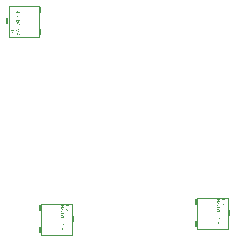
<source format=gbr>
%TF.GenerationSoftware,Altium Limited,Altium Designer,18.1.6 (161)*%
G04 Layer_Color=32768*
%FSLAX26Y26*%
%MOIN*%
%TF.FileFunction,Other,Mechanical_7*%
%TF.Part,Single*%
G01*
G75*
%TA.AperFunction,NonConductor*%
%ADD75C,0.003937*%
%ADD76R,0.009842X0.023622*%
G36*
X3470390Y2442294D02*
X3470372Y2442166D01*
Y2442021D01*
X3470335Y2441693D01*
X3470299Y2441329D01*
X3470226Y2440947D01*
X3470135Y2440565D01*
X3470008Y2440219D01*
Y2440201D01*
X3469989Y2440182D01*
X3469935Y2440073D01*
X3469844Y2439910D01*
X3469716Y2439727D01*
X3469552Y2439509D01*
X3469352Y2439273D01*
X3469097Y2439054D01*
X3468825Y2438854D01*
X3468788Y2438836D01*
X3468679Y2438781D01*
X3468533Y2438690D01*
X3468315Y2438599D01*
X3468060Y2438508D01*
X3467787Y2438417D01*
X3467478Y2438363D01*
X3467168Y2438344D01*
X3467132D01*
X3467041D01*
X3466877Y2438363D01*
X3466677Y2438399D01*
X3466440Y2438454D01*
X3466186Y2438544D01*
X3465931Y2438654D01*
X3465658Y2438799D01*
X3465621Y2438818D01*
X3465548Y2438872D01*
X3465403Y2438981D01*
X3465257Y2439127D01*
X3465075Y2439309D01*
X3464875Y2439527D01*
X3464693Y2439800D01*
X3464511Y2440110D01*
Y2440091D01*
X3464493Y2440055D01*
X3464475Y2440001D01*
X3464438Y2439928D01*
X3464365Y2439709D01*
X3464238Y2439454D01*
X3464074Y2439182D01*
X3463874Y2438872D01*
X3463637Y2438599D01*
X3463346Y2438344D01*
X3463310Y2438326D01*
X3463201Y2438253D01*
X3463037Y2438144D01*
X3462818Y2438035D01*
X3462527Y2437926D01*
X3462218Y2437816D01*
X3461854Y2437744D01*
X3461454Y2437726D01*
X3461435D01*
X3461417D01*
X3461308D01*
X3461126Y2437744D01*
X3460907Y2437780D01*
X3460653Y2437816D01*
X3460380Y2437889D01*
X3460088Y2437980D01*
X3459797Y2438108D01*
X3459761Y2438126D01*
X3459670Y2438180D01*
X3459543Y2438253D01*
X3459360Y2438363D01*
X3459178Y2438508D01*
X3458978Y2438654D01*
X3458778Y2438836D01*
X3458614Y2439036D01*
X3458596Y2439054D01*
X3458541Y2439127D01*
X3458469Y2439254D01*
X3458396Y2439418D01*
X3458287Y2439618D01*
X3458177Y2439855D01*
X3458086Y2440110D01*
X3457995Y2440419D01*
Y2440456D01*
X3457959Y2440565D01*
X3457941Y2440747D01*
X3457905Y2440983D01*
X3457868Y2441274D01*
X3457832Y2441620D01*
X3457814Y2442003D01*
X3457795Y2442439D01*
Y2447244D01*
X3470390D01*
Y2442294D01*
D02*
G37*
G36*
Y2432011D02*
Y2430191D01*
X3457795Y2425040D01*
Y2426933D01*
X3461617Y2428407D01*
Y2433685D01*
X3457795Y2435050D01*
Y2436816D01*
X3470390Y2432011D01*
D02*
G37*
G36*
Y2414666D02*
X3468897D01*
Y2418816D01*
X3457795D01*
Y2420490D01*
X3468897D01*
Y2424640D01*
X3470390D01*
Y2414666D01*
D02*
G37*
G36*
X3461217Y2411954D02*
X3461199D01*
X3461162D01*
X3461108Y2411936D01*
X3461017Y2411918D01*
X3460816Y2411863D01*
X3460544Y2411791D01*
X3460271Y2411681D01*
X3459961Y2411536D01*
X3459688Y2411354D01*
X3459433Y2411135D01*
X3459415Y2411099D01*
X3459342Y2411026D01*
X3459251Y2410881D01*
X3459142Y2410680D01*
X3459033Y2410462D01*
X3458942Y2410189D01*
X3458869Y2409880D01*
X3458851Y2409534D01*
Y2409425D01*
X3458869Y2409352D01*
X3458887Y2409133D01*
X3458960Y2408878D01*
X3459051Y2408569D01*
X3459197Y2408260D01*
X3459415Y2407932D01*
X3459543Y2407787D01*
X3459688Y2407641D01*
X3459706Y2407623D01*
X3459724Y2407604D01*
X3459779Y2407568D01*
X3459834Y2407514D01*
X3460034Y2407386D01*
X3460289Y2407240D01*
X3460598Y2407113D01*
X3460980Y2406986D01*
X3461435Y2406895D01*
X3461672Y2406858D01*
X3461927D01*
X3461945D01*
X3461981D01*
X3462054D01*
X3462145Y2406876D01*
X3462254D01*
X3462382Y2406895D01*
X3462673Y2406949D01*
X3463019Y2407040D01*
X3463365Y2407168D01*
X3463692Y2407350D01*
X3464001Y2407604D01*
X3464020D01*
X3464038Y2407641D01*
X3464129Y2407732D01*
X3464256Y2407896D01*
X3464402Y2408114D01*
X3464529Y2408405D01*
X3464657Y2408733D01*
X3464748Y2409115D01*
X3464784Y2409334D01*
Y2409679D01*
X3464766Y2409825D01*
X3464748Y2410007D01*
X3464693Y2410225D01*
X3464639Y2410444D01*
X3464548Y2410680D01*
X3464438Y2410917D01*
X3464420Y2410935D01*
X3464384Y2411008D01*
X3464293Y2411117D01*
X3464202Y2411263D01*
X3464074Y2411408D01*
X3463910Y2411554D01*
X3463747Y2411718D01*
X3463546Y2411845D01*
X3463747Y2413301D01*
X3470226Y2412082D01*
Y2405821D01*
X3468752D01*
Y2410862D01*
X3465348Y2411536D01*
X3465367Y2411517D01*
X3465385Y2411481D01*
X3465421Y2411427D01*
X3465476Y2411336D01*
X3465530Y2411226D01*
X3465603Y2411099D01*
X3465749Y2410808D01*
X3465894Y2410444D01*
X3466022Y2410043D01*
X3466113Y2409606D01*
X3466149Y2409388D01*
Y2408988D01*
X3466131Y2408878D01*
X3466113Y2408733D01*
X3466095Y2408569D01*
X3466058Y2408387D01*
X3466003Y2408187D01*
X3465876Y2407750D01*
X3465785Y2407514D01*
X3465658Y2407277D01*
X3465530Y2407040D01*
X3465385Y2406804D01*
X3465203Y2406585D01*
X3465003Y2406367D01*
X3464984Y2406349D01*
X3464948Y2406312D01*
X3464893Y2406258D01*
X3464802Y2406185D01*
X3464675Y2406094D01*
X3464548Y2406003D01*
X3464384Y2405894D01*
X3464202Y2405785D01*
X3464001Y2405693D01*
X3463783Y2405584D01*
X3463528Y2405493D01*
X3463273Y2405402D01*
X3463001Y2405329D01*
X3462691Y2405275D01*
X3462382Y2405238D01*
X3462054Y2405220D01*
X3462036D01*
X3461981D01*
X3461890D01*
X3461763Y2405238D01*
X3461617Y2405257D01*
X3461454Y2405275D01*
X3461253Y2405311D01*
X3461053Y2405348D01*
X3460580Y2405457D01*
X3460088Y2405639D01*
X3459834Y2405748D01*
X3459597Y2405894D01*
X3459342Y2406039D01*
X3459106Y2406221D01*
X3459088Y2406240D01*
X3459033Y2406276D01*
X3458960Y2406349D01*
X3458869Y2406440D01*
X3458760Y2406567D01*
X3458614Y2406713D01*
X3458487Y2406895D01*
X3458341Y2407095D01*
X3458196Y2407313D01*
X3458068Y2407568D01*
X3457941Y2407841D01*
X3457814Y2408132D01*
X3457722Y2408442D01*
X3457650Y2408787D01*
X3457595Y2409151D01*
X3457577Y2409534D01*
Y2409698D01*
X3457595Y2409825D01*
X3457613Y2409970D01*
X3457631Y2410134D01*
X3457650Y2410334D01*
X3457704Y2410535D01*
X3457814Y2410990D01*
X3457977Y2411445D01*
X3458086Y2411681D01*
X3458214Y2411918D01*
X3458360Y2412136D01*
X3458523Y2412355D01*
X3458541Y2412373D01*
X3458560Y2412409D01*
X3458633Y2412446D01*
X3458705Y2412519D01*
X3458796Y2412610D01*
X3458905Y2412700D01*
X3459051Y2412810D01*
X3459215Y2412901D01*
X3459379Y2413010D01*
X3459579Y2413119D01*
X3460016Y2413319D01*
X3460525Y2413483D01*
X3460798Y2413538D01*
X3461090Y2413574D01*
X3461217Y2411954D01*
D02*
G37*
G36*
X3470390Y2398541D02*
Y2397285D01*
X3462236D01*
Y2395574D01*
X3460816D01*
Y2397285D01*
X3457795D01*
Y2398832D01*
X3460816D01*
Y2404310D01*
X3462236D01*
X3470390Y2398541D01*
D02*
G37*
G36*
X3463128Y2389386D02*
X3461581D01*
Y2394173D01*
X3463128D01*
Y2389386D01*
D02*
G37*
G36*
X3470226Y2379868D02*
X3469006D01*
X3468988Y2379886D01*
X3468952Y2379922D01*
X3468879Y2379995D01*
X3468770Y2380068D01*
X3468642Y2380177D01*
X3468497Y2380323D01*
X3468315Y2380468D01*
X3468097Y2380632D01*
X3467878Y2380796D01*
X3467623Y2380996D01*
X3467332Y2381196D01*
X3467041Y2381396D01*
X3466713Y2381615D01*
X3466367Y2381833D01*
X3465985Y2382052D01*
X3465603Y2382270D01*
X3465585Y2382288D01*
X3465512Y2382325D01*
X3465403Y2382379D01*
X3465239Y2382470D01*
X3465039Y2382561D01*
X3464820Y2382671D01*
X3464566Y2382798D01*
X3464274Y2382925D01*
X3463947Y2383071D01*
X3463619Y2383235D01*
X3463255Y2383380D01*
X3462873Y2383526D01*
X3462090Y2383817D01*
X3461253Y2384090D01*
X3461235D01*
X3461180Y2384108D01*
X3461090Y2384126D01*
X3460980Y2384163D01*
X3460835Y2384199D01*
X3460653Y2384236D01*
X3460452Y2384290D01*
X3460234Y2384327D01*
X3459979Y2384381D01*
X3459706Y2384436D01*
X3459124Y2384527D01*
X3458487Y2384618D01*
X3457795Y2384673D01*
Y2386256D01*
X3457814D01*
X3457868D01*
X3457941D01*
X3458050Y2386238D01*
X3458196D01*
X3458378Y2386220D01*
X3458578Y2386201D01*
X3458796Y2386183D01*
X3459051Y2386147D01*
X3459306Y2386110D01*
X3459615Y2386056D01*
X3459925Y2386001D01*
X3460252Y2385947D01*
X3460616Y2385874D01*
X3461363Y2385692D01*
X3461381D01*
X3461454Y2385673D01*
X3461563Y2385637D01*
X3461727Y2385582D01*
X3461909Y2385528D01*
X3462127Y2385455D01*
X3462382Y2385382D01*
X3462655Y2385273D01*
X3462964Y2385164D01*
X3463273Y2385055D01*
X3463965Y2384782D01*
X3464693Y2384454D01*
X3465421Y2384090D01*
X3465439Y2384072D01*
X3465512Y2384035D01*
X3465603Y2383981D01*
X3465749Y2383908D01*
X3465912Y2383817D01*
X3466113Y2383690D01*
X3466331Y2383562D01*
X3466568Y2383417D01*
X3467095Y2383071D01*
X3467642Y2382707D01*
X3468206Y2382288D01*
X3468733Y2381852D01*
Y2388021D01*
X3470226D01*
Y2379868D01*
D02*
G37*
G36*
X3463128Y2373734D02*
X3461581D01*
Y2378521D01*
X3463128D01*
Y2373734D01*
D02*
G37*
G36*
X3470390Y2363251D02*
X3468897D01*
Y2370094D01*
X3465003D01*
Y2364179D01*
X3463510D01*
Y2370094D01*
X3457795D01*
Y2371769D01*
X3470390D01*
Y2363251D01*
D02*
G37*
G36*
X3487122Y2442403D02*
X3487104Y2442075D01*
X3487086Y2441711D01*
X3487049Y2441347D01*
X3486995Y2440983D01*
X3486940Y2440674D01*
Y2440656D01*
X3486922Y2440619D01*
Y2440565D01*
X3486885Y2440492D01*
X3486831Y2440292D01*
X3486740Y2440037D01*
X3486612Y2439746D01*
X3486449Y2439436D01*
X3486267Y2439127D01*
X3486030Y2438836D01*
X3486012Y2438818D01*
X3485994Y2438799D01*
X3485939Y2438745D01*
X3485884Y2438672D01*
X3485702Y2438490D01*
X3485448Y2438271D01*
X3485138Y2438035D01*
X3484774Y2437780D01*
X3484356Y2437544D01*
X3483882Y2437343D01*
X3483864D01*
X3483828Y2437325D01*
X3483755Y2437289D01*
X3483646Y2437271D01*
X3483518Y2437216D01*
X3483373Y2437180D01*
X3483209Y2437143D01*
X3483009Y2437088D01*
X3482809Y2437034D01*
X3482572Y2436997D01*
X3482062Y2436907D01*
X3481498Y2436852D01*
X3480879Y2436834D01*
X3480861D01*
X3480825D01*
X3480734D01*
X3480643D01*
X3480515Y2436852D01*
X3480370D01*
X3480024Y2436870D01*
X3479624Y2436925D01*
X3479205Y2436979D01*
X3478768Y2437070D01*
X3478331Y2437180D01*
X3478313D01*
X3478277Y2437198D01*
X3478222Y2437216D01*
X3478149Y2437234D01*
X3477949Y2437307D01*
X3477694Y2437416D01*
X3477403Y2437525D01*
X3477112Y2437671D01*
X3476803Y2437853D01*
X3476511Y2438035D01*
X3476475Y2438053D01*
X3476384Y2438126D01*
X3476257Y2438235D01*
X3476093Y2438381D01*
X3475911Y2438544D01*
X3475729Y2438745D01*
X3475529Y2438945D01*
X3475365Y2439182D01*
X3475347Y2439218D01*
X3475292Y2439291D01*
X3475219Y2439418D01*
X3475128Y2439600D01*
X3475019Y2439818D01*
X3474928Y2440073D01*
X3474819Y2440365D01*
X3474728Y2440692D01*
Y2440729D01*
X3474710Y2440783D01*
X3474691Y2440838D01*
X3474673Y2441020D01*
X3474637Y2441274D01*
X3474600Y2441566D01*
X3474564Y2441912D01*
X3474546Y2442294D01*
X3474528Y2442712D01*
Y2447244D01*
X3487122D01*
Y2442403D01*
D02*
G37*
G36*
X3478058Y2433612D02*
X3478040D01*
X3478004Y2433594D01*
X3477931Y2433576D01*
X3477840Y2433558D01*
X3477731Y2433539D01*
X3477603Y2433503D01*
X3477330Y2433412D01*
X3477003Y2433285D01*
X3476693Y2433121D01*
X3476402Y2432939D01*
X3476147Y2432720D01*
X3476129Y2432684D01*
X3476056Y2432611D01*
X3475965Y2432466D01*
X3475874Y2432284D01*
X3475765Y2432065D01*
X3475674Y2431792D01*
X3475601Y2431483D01*
X3475583Y2431155D01*
Y2431046D01*
X3475601Y2430973D01*
X3475620Y2430773D01*
X3475674Y2430518D01*
X3475765Y2430227D01*
X3475893Y2429918D01*
X3476075Y2429608D01*
X3476329Y2429317D01*
X3476366Y2429281D01*
X3476475Y2429190D01*
X3476639Y2429081D01*
X3476857Y2428935D01*
X3477130Y2428789D01*
X3477440Y2428680D01*
X3477804Y2428589D01*
X3478204Y2428553D01*
X3478222D01*
X3478259D01*
X3478313D01*
X3478386Y2428571D01*
X3478586Y2428589D01*
X3478823Y2428644D01*
X3479114Y2428716D01*
X3479405Y2428844D01*
X3479696Y2429026D01*
X3479969Y2429262D01*
X3480006Y2429299D01*
X3480079Y2429390D01*
X3480188Y2429535D01*
X3480315Y2429736D01*
X3480443Y2429990D01*
X3480552Y2430300D01*
X3480625Y2430646D01*
X3480661Y2431028D01*
Y2431192D01*
X3480643Y2431319D01*
X3480625Y2431483D01*
X3480588Y2431665D01*
X3480552Y2431883D01*
X3480497Y2432120D01*
X3481862Y2431938D01*
Y2431847D01*
X3481844Y2431774D01*
Y2431537D01*
X3481880Y2431337D01*
X3481917Y2431101D01*
X3481971Y2430828D01*
X3482062Y2430518D01*
X3482190Y2430227D01*
X3482354Y2429918D01*
Y2429899D01*
X3482372Y2429881D01*
X3482445Y2429790D01*
X3482572Y2429663D01*
X3482736Y2429517D01*
X3482972Y2429372D01*
X3483245Y2429244D01*
X3483555Y2429153D01*
X3483737Y2429117D01*
X3483937D01*
X3483955D01*
X3483973D01*
X3484083D01*
X3484228Y2429153D01*
X3484428Y2429190D01*
X3484647Y2429262D01*
X3484883Y2429354D01*
X3485120Y2429499D01*
X3485338Y2429699D01*
X3485357Y2429718D01*
X3485429Y2429809D01*
X3485520Y2429936D01*
X3485630Y2430100D01*
X3485721Y2430318D01*
X3485812Y2430573D01*
X3485884Y2430864D01*
X3485903Y2431192D01*
Y2431337D01*
X3485866Y2431501D01*
X3485830Y2431720D01*
X3485757Y2431956D01*
X3485666Y2432193D01*
X3485520Y2432448D01*
X3485338Y2432684D01*
X3485320Y2432702D01*
X3485229Y2432775D01*
X3485102Y2432884D01*
X3484920Y2433012D01*
X3484683Y2433139D01*
X3484392Y2433267D01*
X3484046Y2433376D01*
X3483646Y2433448D01*
X3483919Y2434995D01*
X3483937D01*
X3483992Y2434977D01*
X3484064Y2434959D01*
X3484174Y2434941D01*
X3484301Y2434905D01*
X3484447Y2434850D01*
X3484792Y2434741D01*
X3485193Y2434559D01*
X3485593Y2434340D01*
X3485975Y2434067D01*
X3486321Y2433722D01*
X3486339Y2433703D01*
X3486358Y2433667D01*
X3486394Y2433612D01*
X3486449Y2433539D01*
X3486521Y2433448D01*
X3486594Y2433321D01*
X3486667Y2433194D01*
X3486758Y2433030D01*
X3486904Y2432666D01*
X3487049Y2432247D01*
X3487140Y2431756D01*
X3487177Y2431501D01*
Y2431046D01*
X3487158Y2430846D01*
X3487122Y2430609D01*
X3487067Y2430318D01*
X3486976Y2429990D01*
X3486867Y2429663D01*
X3486722Y2429335D01*
Y2429317D01*
X3486703Y2429299D01*
X3486649Y2429190D01*
X3486540Y2429026D01*
X3486412Y2428844D01*
X3486230Y2428626D01*
X3486030Y2428407D01*
X3485793Y2428189D01*
X3485520Y2428007D01*
X3485484Y2427988D01*
X3485393Y2427934D01*
X3485229Y2427861D01*
X3485029Y2427770D01*
X3484792Y2427679D01*
X3484519Y2427606D01*
X3484210Y2427552D01*
X3483901Y2427534D01*
X3483864D01*
X3483755D01*
X3483609Y2427552D01*
X3483409Y2427588D01*
X3483173Y2427643D01*
X3482918Y2427734D01*
X3482663Y2427843D01*
X3482408Y2427988D01*
X3482372Y2428007D01*
X3482299Y2428061D01*
X3482172Y2428171D01*
X3482026Y2428316D01*
X3481862Y2428498D01*
X3481680Y2428716D01*
X3481516Y2428971D01*
X3481353Y2429281D01*
Y2429262D01*
X3481334Y2429226D01*
X3481316Y2429171D01*
X3481298Y2429099D01*
X3481225Y2428898D01*
X3481116Y2428644D01*
X3480970Y2428352D01*
X3480788Y2428061D01*
X3480552Y2427788D01*
X3480279Y2427534D01*
X3480242Y2427515D01*
X3480133Y2427443D01*
X3479951Y2427333D01*
X3479715Y2427224D01*
X3479423Y2427115D01*
X3479078Y2427006D01*
X3478677Y2426933D01*
X3478240Y2426915D01*
X3478222D01*
X3478168D01*
X3478077D01*
X3477967Y2426933D01*
X3477822Y2426951D01*
X3477658Y2426988D01*
X3477476Y2427024D01*
X3477276Y2427060D01*
X3476839Y2427206D01*
X3476602Y2427315D01*
X3476384Y2427424D01*
X3476147Y2427570D01*
X3475911Y2427734D01*
X3475674Y2427916D01*
X3475456Y2428134D01*
X3475438Y2428152D01*
X3475401Y2428189D01*
X3475347Y2428262D01*
X3475274Y2428352D01*
X3475183Y2428462D01*
X3475092Y2428607D01*
X3474983Y2428771D01*
X3474892Y2428971D01*
X3474782Y2429171D01*
X3474673Y2429408D01*
X3474582Y2429645D01*
X3474491Y2429918D01*
X3474418Y2430209D01*
X3474364Y2430518D01*
X3474327Y2430828D01*
X3474309Y2431173D01*
Y2431337D01*
X3474327Y2431447D01*
X3474346Y2431592D01*
X3474364Y2431756D01*
X3474400Y2431938D01*
X3474437Y2432138D01*
X3474546Y2432575D01*
X3474728Y2433030D01*
X3474837Y2433267D01*
X3474964Y2433485D01*
X3475128Y2433703D01*
X3475292Y2433922D01*
X3475310Y2433940D01*
X3475347Y2433976D01*
X3475401Y2434031D01*
X3475474Y2434086D01*
X3475565Y2434177D01*
X3475692Y2434267D01*
X3475820Y2434377D01*
X3475984Y2434486D01*
X3476166Y2434595D01*
X3476348Y2434704D01*
X3476784Y2434905D01*
X3477294Y2435068D01*
X3477567Y2435123D01*
X3477858Y2435159D01*
X3478058Y2433612D01*
D02*
G37*
G36*
X2950390Y2422294D02*
X2950372Y2422166D01*
Y2422021D01*
X2950335Y2421693D01*
X2950299Y2421329D01*
X2950226Y2420947D01*
X2950135Y2420565D01*
X2950008Y2420219D01*
Y2420201D01*
X2949989Y2420182D01*
X2949935Y2420073D01*
X2949844Y2419910D01*
X2949716Y2419727D01*
X2949552Y2419509D01*
X2949352Y2419273D01*
X2949097Y2419054D01*
X2948825Y2418854D01*
X2948788Y2418836D01*
X2948679Y2418781D01*
X2948533Y2418690D01*
X2948315Y2418599D01*
X2948060Y2418508D01*
X2947787Y2418417D01*
X2947478Y2418363D01*
X2947168Y2418344D01*
X2947132D01*
X2947041D01*
X2946877Y2418363D01*
X2946677Y2418399D01*
X2946440Y2418454D01*
X2946186Y2418544D01*
X2945931Y2418654D01*
X2945658Y2418799D01*
X2945621Y2418818D01*
X2945548Y2418872D01*
X2945403Y2418981D01*
X2945257Y2419127D01*
X2945075Y2419309D01*
X2944875Y2419527D01*
X2944693Y2419800D01*
X2944511Y2420110D01*
Y2420091D01*
X2944493Y2420055D01*
X2944475Y2420001D01*
X2944438Y2419928D01*
X2944365Y2419709D01*
X2944238Y2419454D01*
X2944074Y2419182D01*
X2943874Y2418872D01*
X2943637Y2418599D01*
X2943346Y2418344D01*
X2943310Y2418326D01*
X2943201Y2418253D01*
X2943037Y2418144D01*
X2942818Y2418035D01*
X2942527Y2417926D01*
X2942218Y2417816D01*
X2941854Y2417744D01*
X2941454Y2417726D01*
X2941435D01*
X2941417D01*
X2941308D01*
X2941126Y2417744D01*
X2940907Y2417780D01*
X2940653Y2417816D01*
X2940380Y2417889D01*
X2940088Y2417980D01*
X2939797Y2418108D01*
X2939761Y2418126D01*
X2939670Y2418180D01*
X2939543Y2418253D01*
X2939360Y2418363D01*
X2939178Y2418508D01*
X2938978Y2418654D01*
X2938778Y2418836D01*
X2938614Y2419036D01*
X2938596Y2419054D01*
X2938541Y2419127D01*
X2938469Y2419254D01*
X2938396Y2419418D01*
X2938287Y2419618D01*
X2938177Y2419855D01*
X2938086Y2420110D01*
X2937995Y2420419D01*
Y2420456D01*
X2937959Y2420565D01*
X2937941Y2420747D01*
X2937905Y2420983D01*
X2937868Y2421274D01*
X2937832Y2421620D01*
X2937814Y2422003D01*
X2937795Y2422439D01*
Y2427244D01*
X2950390D01*
Y2422294D01*
D02*
G37*
G36*
Y2412011D02*
Y2410191D01*
X2937795Y2405040D01*
Y2406933D01*
X2941617Y2408407D01*
Y2413685D01*
X2937795Y2415050D01*
Y2416816D01*
X2950390Y2412011D01*
D02*
G37*
G36*
Y2394666D02*
X2948897D01*
Y2398816D01*
X2937795D01*
Y2400490D01*
X2948897D01*
Y2404640D01*
X2950390D01*
Y2394666D01*
D02*
G37*
G36*
X2941217Y2391954D02*
X2941199D01*
X2941162D01*
X2941108Y2391936D01*
X2941017Y2391918D01*
X2940816Y2391863D01*
X2940544Y2391791D01*
X2940271Y2391681D01*
X2939961Y2391536D01*
X2939688Y2391354D01*
X2939433Y2391135D01*
X2939415Y2391099D01*
X2939342Y2391026D01*
X2939251Y2390881D01*
X2939142Y2390680D01*
X2939033Y2390462D01*
X2938942Y2390189D01*
X2938869Y2389880D01*
X2938851Y2389534D01*
Y2389425D01*
X2938869Y2389352D01*
X2938887Y2389133D01*
X2938960Y2388878D01*
X2939051Y2388569D01*
X2939197Y2388260D01*
X2939415Y2387932D01*
X2939543Y2387787D01*
X2939688Y2387641D01*
X2939706Y2387623D01*
X2939724Y2387604D01*
X2939779Y2387568D01*
X2939834Y2387514D01*
X2940034Y2387386D01*
X2940289Y2387240D01*
X2940598Y2387113D01*
X2940980Y2386986D01*
X2941435Y2386895D01*
X2941672Y2386858D01*
X2941927D01*
X2941945D01*
X2941981D01*
X2942054D01*
X2942145Y2386876D01*
X2942254D01*
X2942382Y2386895D01*
X2942673Y2386949D01*
X2943019Y2387040D01*
X2943365Y2387168D01*
X2943692Y2387350D01*
X2944001Y2387604D01*
X2944020D01*
X2944038Y2387641D01*
X2944129Y2387732D01*
X2944256Y2387896D01*
X2944402Y2388114D01*
X2944529Y2388405D01*
X2944657Y2388733D01*
X2944748Y2389115D01*
X2944784Y2389334D01*
Y2389679D01*
X2944766Y2389825D01*
X2944748Y2390007D01*
X2944693Y2390225D01*
X2944639Y2390444D01*
X2944548Y2390680D01*
X2944438Y2390917D01*
X2944420Y2390935D01*
X2944384Y2391008D01*
X2944293Y2391117D01*
X2944202Y2391263D01*
X2944074Y2391408D01*
X2943910Y2391554D01*
X2943747Y2391718D01*
X2943546Y2391845D01*
X2943747Y2393301D01*
X2950226Y2392082D01*
Y2385821D01*
X2948752D01*
Y2390862D01*
X2945348Y2391536D01*
X2945367Y2391517D01*
X2945385Y2391481D01*
X2945421Y2391427D01*
X2945476Y2391336D01*
X2945530Y2391226D01*
X2945603Y2391099D01*
X2945749Y2390808D01*
X2945894Y2390444D01*
X2946022Y2390043D01*
X2946113Y2389606D01*
X2946149Y2389388D01*
Y2388988D01*
X2946131Y2388878D01*
X2946113Y2388733D01*
X2946095Y2388569D01*
X2946058Y2388387D01*
X2946003Y2388187D01*
X2945876Y2387750D01*
X2945785Y2387514D01*
X2945658Y2387277D01*
X2945530Y2387040D01*
X2945385Y2386804D01*
X2945203Y2386585D01*
X2945003Y2386367D01*
X2944984Y2386349D01*
X2944948Y2386312D01*
X2944893Y2386258D01*
X2944802Y2386185D01*
X2944675Y2386094D01*
X2944548Y2386003D01*
X2944384Y2385894D01*
X2944202Y2385785D01*
X2944001Y2385693D01*
X2943783Y2385584D01*
X2943528Y2385493D01*
X2943273Y2385402D01*
X2943001Y2385329D01*
X2942691Y2385275D01*
X2942382Y2385238D01*
X2942054Y2385220D01*
X2942036D01*
X2941981D01*
X2941890D01*
X2941763Y2385238D01*
X2941617Y2385257D01*
X2941454Y2385275D01*
X2941253Y2385311D01*
X2941053Y2385348D01*
X2940580Y2385457D01*
X2940088Y2385639D01*
X2939834Y2385748D01*
X2939597Y2385894D01*
X2939342Y2386039D01*
X2939106Y2386221D01*
X2939088Y2386240D01*
X2939033Y2386276D01*
X2938960Y2386349D01*
X2938869Y2386440D01*
X2938760Y2386567D01*
X2938614Y2386713D01*
X2938487Y2386895D01*
X2938341Y2387095D01*
X2938196Y2387313D01*
X2938068Y2387568D01*
X2937941Y2387841D01*
X2937814Y2388132D01*
X2937722Y2388442D01*
X2937650Y2388787D01*
X2937595Y2389151D01*
X2937577Y2389534D01*
Y2389698D01*
X2937595Y2389825D01*
X2937613Y2389970D01*
X2937631Y2390134D01*
X2937650Y2390334D01*
X2937704Y2390535D01*
X2937814Y2390990D01*
X2937977Y2391445D01*
X2938086Y2391681D01*
X2938214Y2391918D01*
X2938360Y2392136D01*
X2938523Y2392355D01*
X2938541Y2392373D01*
X2938560Y2392409D01*
X2938633Y2392446D01*
X2938705Y2392519D01*
X2938796Y2392610D01*
X2938905Y2392700D01*
X2939051Y2392810D01*
X2939215Y2392901D01*
X2939379Y2393010D01*
X2939579Y2393119D01*
X2940016Y2393319D01*
X2940525Y2393483D01*
X2940798Y2393538D01*
X2941090Y2393574D01*
X2941217Y2391954D01*
D02*
G37*
G36*
X2950390Y2378541D02*
Y2377285D01*
X2942236D01*
Y2375574D01*
X2940816D01*
Y2377285D01*
X2937795D01*
Y2378832D01*
X2940816D01*
Y2384310D01*
X2942236D01*
X2950390Y2378541D01*
D02*
G37*
G36*
X2943128Y2369386D02*
X2941581D01*
Y2374173D01*
X2943128D01*
Y2369386D01*
D02*
G37*
G36*
X2950226Y2359868D02*
X2949006D01*
X2948988Y2359886D01*
X2948952Y2359922D01*
X2948879Y2359995D01*
X2948770Y2360068D01*
X2948642Y2360177D01*
X2948497Y2360323D01*
X2948315Y2360468D01*
X2948097Y2360632D01*
X2947878Y2360796D01*
X2947623Y2360996D01*
X2947332Y2361196D01*
X2947041Y2361396D01*
X2946713Y2361615D01*
X2946367Y2361833D01*
X2945985Y2362052D01*
X2945603Y2362270D01*
X2945585Y2362288D01*
X2945512Y2362325D01*
X2945403Y2362379D01*
X2945239Y2362470D01*
X2945039Y2362561D01*
X2944820Y2362671D01*
X2944566Y2362798D01*
X2944274Y2362925D01*
X2943947Y2363071D01*
X2943619Y2363235D01*
X2943255Y2363380D01*
X2942873Y2363526D01*
X2942090Y2363817D01*
X2941253Y2364090D01*
X2941235D01*
X2941180Y2364108D01*
X2941090Y2364126D01*
X2940980Y2364163D01*
X2940835Y2364199D01*
X2940653Y2364236D01*
X2940452Y2364290D01*
X2940234Y2364327D01*
X2939979Y2364381D01*
X2939706Y2364436D01*
X2939124Y2364527D01*
X2938487Y2364618D01*
X2937795Y2364673D01*
Y2366256D01*
X2937814D01*
X2937868D01*
X2937941D01*
X2938050Y2366238D01*
X2938196D01*
X2938378Y2366220D01*
X2938578Y2366201D01*
X2938796Y2366183D01*
X2939051Y2366147D01*
X2939306Y2366110D01*
X2939615Y2366056D01*
X2939925Y2366001D01*
X2940252Y2365947D01*
X2940616Y2365874D01*
X2941363Y2365692D01*
X2941381D01*
X2941454Y2365673D01*
X2941563Y2365637D01*
X2941727Y2365582D01*
X2941909Y2365528D01*
X2942127Y2365455D01*
X2942382Y2365382D01*
X2942655Y2365273D01*
X2942964Y2365164D01*
X2943273Y2365055D01*
X2943965Y2364782D01*
X2944693Y2364454D01*
X2945421Y2364090D01*
X2945439Y2364072D01*
X2945512Y2364035D01*
X2945603Y2363981D01*
X2945749Y2363908D01*
X2945912Y2363817D01*
X2946113Y2363690D01*
X2946331Y2363562D01*
X2946568Y2363417D01*
X2947095Y2363071D01*
X2947642Y2362707D01*
X2948206Y2362288D01*
X2948733Y2361852D01*
Y2368021D01*
X2950226D01*
Y2359868D01*
D02*
G37*
G36*
X2943128Y2353734D02*
X2941581D01*
Y2358521D01*
X2943128D01*
Y2353734D01*
D02*
G37*
G36*
X2950390Y2343251D02*
X2948897D01*
Y2350094D01*
X2945003D01*
Y2344179D01*
X2943510D01*
Y2350094D01*
X2937795D01*
Y2351769D01*
X2950390D01*
Y2343251D01*
D02*
G37*
G36*
X2967122Y2422403D02*
X2967104Y2422075D01*
X2967086Y2421711D01*
X2967049Y2421347D01*
X2966995Y2420983D01*
X2966940Y2420674D01*
Y2420656D01*
X2966922Y2420619D01*
Y2420565D01*
X2966885Y2420492D01*
X2966831Y2420292D01*
X2966740Y2420037D01*
X2966612Y2419746D01*
X2966449Y2419436D01*
X2966267Y2419127D01*
X2966030Y2418836D01*
X2966012Y2418818D01*
X2965994Y2418799D01*
X2965939Y2418745D01*
X2965884Y2418672D01*
X2965702Y2418490D01*
X2965448Y2418271D01*
X2965138Y2418035D01*
X2964774Y2417780D01*
X2964356Y2417544D01*
X2963882Y2417343D01*
X2963864D01*
X2963828Y2417325D01*
X2963755Y2417289D01*
X2963646Y2417271D01*
X2963518Y2417216D01*
X2963373Y2417180D01*
X2963209Y2417143D01*
X2963009Y2417088D01*
X2962809Y2417034D01*
X2962572Y2416997D01*
X2962062Y2416907D01*
X2961498Y2416852D01*
X2960879Y2416834D01*
X2960861D01*
X2960825D01*
X2960734D01*
X2960643D01*
X2960515Y2416852D01*
X2960370D01*
X2960024Y2416870D01*
X2959624Y2416925D01*
X2959205Y2416979D01*
X2958768Y2417070D01*
X2958331Y2417180D01*
X2958313D01*
X2958277Y2417198D01*
X2958222Y2417216D01*
X2958149Y2417234D01*
X2957949Y2417307D01*
X2957694Y2417416D01*
X2957403Y2417525D01*
X2957112Y2417671D01*
X2956803Y2417853D01*
X2956511Y2418035D01*
X2956475Y2418053D01*
X2956384Y2418126D01*
X2956257Y2418235D01*
X2956093Y2418381D01*
X2955911Y2418544D01*
X2955729Y2418745D01*
X2955529Y2418945D01*
X2955365Y2419182D01*
X2955347Y2419218D01*
X2955292Y2419291D01*
X2955219Y2419418D01*
X2955128Y2419600D01*
X2955019Y2419818D01*
X2954928Y2420073D01*
X2954819Y2420365D01*
X2954728Y2420692D01*
Y2420729D01*
X2954710Y2420783D01*
X2954691Y2420838D01*
X2954673Y2421020D01*
X2954637Y2421274D01*
X2954600Y2421566D01*
X2954564Y2421912D01*
X2954546Y2422294D01*
X2954528Y2422712D01*
Y2427244D01*
X2967122D01*
Y2422403D01*
D02*
G37*
G36*
X2954873Y2415378D02*
X2955037Y2415360D01*
X2955219Y2415323D01*
X2955401Y2415287D01*
X2955601Y2415214D01*
X2955620D01*
X2955638Y2415196D01*
X2955747Y2415159D01*
X2955911Y2415086D01*
X2956129Y2414977D01*
X2956384Y2414832D01*
X2956675Y2414650D01*
X2956966Y2414450D01*
X2957276Y2414195D01*
X2957294D01*
X2957312Y2414158D01*
X2957421Y2414067D01*
X2957585Y2413903D01*
X2957822Y2413667D01*
X2958095Y2413394D01*
X2958422Y2413048D01*
X2958786Y2412630D01*
X2959169Y2412175D01*
X2959187Y2412156D01*
X2959241Y2412084D01*
X2959332Y2411974D01*
X2959442Y2411847D01*
X2959587Y2411683D01*
X2959751Y2411483D01*
X2959933Y2411283D01*
X2960133Y2411046D01*
X2960570Y2410591D01*
X2961007Y2410136D01*
X2961225Y2409918D01*
X2961444Y2409718D01*
X2961644Y2409535D01*
X2961844Y2409390D01*
X2961862D01*
X2961880Y2409354D01*
X2961935Y2409317D01*
X2962008Y2409281D01*
X2962208Y2409153D01*
X2962445Y2409008D01*
X2962736Y2408880D01*
X2963045Y2408753D01*
X2963391Y2408680D01*
X2963719Y2408644D01*
X2963737D01*
X2963755D01*
X2963864Y2408662D01*
X2964046Y2408680D01*
X2964246Y2408735D01*
X2964501Y2408807D01*
X2964756Y2408935D01*
X2965011Y2409099D01*
X2965266Y2409317D01*
X2965302Y2409354D01*
X2965375Y2409445D01*
X2965466Y2409572D01*
X2965593Y2409772D01*
X2965702Y2410027D01*
X2965812Y2410318D01*
X2965884Y2410664D01*
X2965903Y2411046D01*
Y2411155D01*
X2965884Y2411228D01*
X2965866Y2411447D01*
X2965812Y2411701D01*
X2965739Y2411974D01*
X2965611Y2412284D01*
X2965448Y2412575D01*
X2965229Y2412848D01*
X2965193Y2412884D01*
X2965102Y2412957D01*
X2964956Y2413066D01*
X2964738Y2413175D01*
X2964483Y2413303D01*
X2964155Y2413412D01*
X2963791Y2413485D01*
X2963373Y2413521D01*
X2963537Y2415105D01*
X2963555D01*
X2963609Y2415086D01*
X2963700D01*
X2963828Y2415068D01*
X2963973Y2415032D01*
X2964137Y2414995D01*
X2964337Y2414941D01*
X2964538Y2414886D01*
X2964974Y2414741D01*
X2965411Y2414522D01*
X2965630Y2414395D01*
X2965848Y2414231D01*
X2966048Y2414067D01*
X2966230Y2413885D01*
X2966248Y2413867D01*
X2966267Y2413831D01*
X2966321Y2413776D01*
X2966376Y2413685D01*
X2966449Y2413576D01*
X2966521Y2413448D01*
X2966612Y2413303D01*
X2966703Y2413121D01*
X2966794Y2412921D01*
X2966885Y2412702D01*
X2966958Y2412466D01*
X2967031Y2412211D01*
X2967086Y2411938D01*
X2967140Y2411647D01*
X2967158Y2411337D01*
X2967177Y2411010D01*
Y2410828D01*
X2967158Y2410700D01*
X2967140Y2410555D01*
X2967122Y2410373D01*
X2967086Y2410173D01*
X2967049Y2409972D01*
X2966922Y2409499D01*
X2966740Y2409026D01*
X2966631Y2408789D01*
X2966503Y2408553D01*
X2966339Y2408334D01*
X2966157Y2408134D01*
X2966139Y2408116D01*
X2966121Y2408079D01*
X2966048Y2408043D01*
X2965975Y2407970D01*
X2965884Y2407879D01*
X2965757Y2407788D01*
X2965630Y2407697D01*
X2965466Y2407588D01*
X2965120Y2407406D01*
X2964683Y2407224D01*
X2964465Y2407151D01*
X2964210Y2407115D01*
X2963955Y2407079D01*
X2963682Y2407060D01*
X2963646D01*
X2963555D01*
X2963409Y2407079D01*
X2963209Y2407097D01*
X2962991Y2407133D01*
X2962736Y2407206D01*
X2962463Y2407279D01*
X2962190Y2407388D01*
X2962153Y2407406D01*
X2962062Y2407443D01*
X2961917Y2407515D01*
X2961717Y2407624D01*
X2961498Y2407770D01*
X2961225Y2407952D01*
X2960952Y2408171D01*
X2960643Y2408425D01*
X2960606Y2408462D01*
X2960497Y2408553D01*
X2960406Y2408644D01*
X2960315Y2408735D01*
X2960206Y2408844D01*
X2960060Y2408990D01*
X2959915Y2409135D01*
X2959751Y2409317D01*
X2959569Y2409499D01*
X2959369Y2409718D01*
X2959169Y2409954D01*
X2958932Y2410209D01*
X2958695Y2410500D01*
X2958441Y2410791D01*
X2958422Y2410809D01*
X2958386Y2410846D01*
X2958331Y2410919D01*
X2958259Y2411010D01*
X2958149Y2411119D01*
X2958040Y2411246D01*
X2957804Y2411537D01*
X2957531Y2411847D01*
X2957258Y2412138D01*
X2957021Y2412393D01*
X2956930Y2412502D01*
X2956839Y2412593D01*
X2956821Y2412611D01*
X2956766Y2412666D01*
X2956693Y2412739D01*
X2956584Y2412830D01*
X2956457Y2412921D01*
X2956329Y2413030D01*
X2956020Y2413248D01*
Y2407042D01*
X2954528D01*
Y2415396D01*
X2954546D01*
X2954619D01*
X2954728D01*
X2954873Y2415378D01*
D02*
G37*
G36*
X2789607Y3069906D02*
X2793501D01*
Y3075821D01*
X2794994D01*
Y3069906D01*
X2800709D01*
Y3068231D01*
X2788114D01*
Y3076749D01*
X2789607D01*
Y3069906D01*
D02*
G37*
G36*
X2796923Y3061479D02*
X2795376D01*
Y3066266D01*
X2796923D01*
Y3061479D01*
D02*
G37*
G36*
X2789516Y3060114D02*
X2789552Y3060078D01*
X2789625Y3060005D01*
X2789734Y3059932D01*
X2789861Y3059823D01*
X2790007Y3059677D01*
X2790189Y3059532D01*
X2790407Y3059368D01*
X2790626Y3059204D01*
X2790881Y3059004D01*
X2791172Y3058804D01*
X2791463Y3058604D01*
X2791791Y3058385D01*
X2792137Y3058167D01*
X2792519Y3057948D01*
X2792901Y3057730D01*
X2792919Y3057712D01*
X2792992Y3057675D01*
X2793101Y3057621D01*
X2793265Y3057530D01*
X2793465Y3057439D01*
X2793684Y3057329D01*
X2793938Y3057202D01*
X2794229Y3057075D01*
X2794557Y3056929D01*
X2794885Y3056765D01*
X2795249Y3056620D01*
X2795631Y3056474D01*
X2796414Y3056183D01*
X2797251Y3055910D01*
X2797269D01*
X2797323Y3055892D01*
X2797414Y3055874D01*
X2797524Y3055837D01*
X2797669Y3055801D01*
X2797851Y3055764D01*
X2798052Y3055710D01*
X2798270Y3055673D01*
X2798525Y3055619D01*
X2798798Y3055564D01*
X2799380Y3055473D01*
X2800017Y3055382D01*
X2800709Y3055327D01*
Y3053744D01*
X2800691D01*
X2800636D01*
X2800563D01*
X2800454Y3053762D01*
X2800308D01*
X2800126Y3053780D01*
X2799926Y3053799D01*
X2799708Y3053817D01*
X2799453Y3053853D01*
X2799198Y3053890D01*
X2798889Y3053944D01*
X2798579Y3053999D01*
X2798252Y3054053D01*
X2797888Y3054126D01*
X2797142Y3054308D01*
X2797123D01*
X2797050Y3054327D01*
X2796941Y3054363D01*
X2796778Y3054418D01*
X2796595Y3054472D01*
X2796377Y3054545D01*
X2796122Y3054618D01*
X2795849Y3054727D01*
X2795540Y3054836D01*
X2795231Y3054945D01*
X2794539Y3055218D01*
X2793811Y3055546D01*
X2793083Y3055910D01*
X2793065Y3055928D01*
X2792992Y3055965D01*
X2792901Y3056019D01*
X2792755Y3056092D01*
X2792591Y3056183D01*
X2792391Y3056310D01*
X2792173Y3056438D01*
X2791936Y3056583D01*
X2791409Y3056929D01*
X2790863Y3057293D01*
X2790298Y3057712D01*
X2789771Y3058148D01*
Y3051979D01*
X2788278D01*
Y3060132D01*
X2789497D01*
X2789516Y3060114D01*
D02*
G37*
G36*
X2796923Y3045827D02*
X2795376D01*
Y3050614D01*
X2796923D01*
Y3045827D01*
D02*
G37*
G36*
X2797688Y3042715D02*
X2800709D01*
Y3041168D01*
X2797688D01*
Y3035690D01*
X2796268D01*
X2788114Y3041459D01*
Y3042715D01*
X2796268D01*
Y3044426D01*
X2797688D01*
Y3042715D01*
D02*
G37*
G36*
X2796741Y3034762D02*
X2796887Y3034743D01*
X2797050Y3034725D01*
X2797251Y3034689D01*
X2797451Y3034652D01*
X2797924Y3034543D01*
X2798416Y3034361D01*
X2798670Y3034252D01*
X2798907Y3034106D01*
X2799162Y3033961D01*
X2799398Y3033779D01*
X2799416Y3033760D01*
X2799471Y3033724D01*
X2799544Y3033651D01*
X2799635Y3033560D01*
X2799744Y3033433D01*
X2799890Y3033287D01*
X2800017Y3033105D01*
X2800163Y3032905D01*
X2800308Y3032687D01*
X2800436Y3032432D01*
X2800563Y3032159D01*
X2800691Y3031868D01*
X2800782Y3031558D01*
X2800854Y3031213D01*
X2800909Y3030849D01*
X2800927Y3030466D01*
Y3030302D01*
X2800909Y3030175D01*
X2800891Y3030030D01*
X2800872Y3029866D01*
X2800854Y3029666D01*
X2800800Y3029465D01*
X2800691Y3029010D01*
X2800527Y3028555D01*
X2800418Y3028319D01*
X2800290Y3028082D01*
X2800144Y3027864D01*
X2799981Y3027645D01*
X2799963Y3027627D01*
X2799944Y3027591D01*
X2799872Y3027554D01*
X2799799Y3027481D01*
X2799708Y3027390D01*
X2799599Y3027300D01*
X2799453Y3027190D01*
X2799289Y3027099D01*
X2799125Y3026990D01*
X2798925Y3026881D01*
X2798488Y3026681D01*
X2797979Y3026517D01*
X2797706Y3026462D01*
X2797414Y3026426D01*
X2797287Y3028046D01*
X2797305D01*
X2797342D01*
X2797396Y3028064D01*
X2797487Y3028082D01*
X2797688Y3028137D01*
X2797961Y3028209D01*
X2798233Y3028319D01*
X2798543Y3028464D01*
X2798816Y3028646D01*
X2799071Y3028865D01*
X2799089Y3028901D01*
X2799162Y3028974D01*
X2799253Y3029119D01*
X2799362Y3029320D01*
X2799471Y3029538D01*
X2799562Y3029811D01*
X2799635Y3030120D01*
X2799653Y3030466D01*
Y3030575D01*
X2799635Y3030648D01*
X2799617Y3030867D01*
X2799544Y3031122D01*
X2799453Y3031431D01*
X2799307Y3031740D01*
X2799089Y3032068D01*
X2798961Y3032213D01*
X2798816Y3032359D01*
X2798798Y3032377D01*
X2798780Y3032396D01*
X2798725Y3032432D01*
X2798670Y3032486D01*
X2798470Y3032614D01*
X2798215Y3032760D01*
X2797906Y3032887D01*
X2797524Y3033014D01*
X2797069Y3033105D01*
X2796832Y3033142D01*
X2796577D01*
X2796559D01*
X2796523D01*
X2796450D01*
X2796359Y3033124D01*
X2796250D01*
X2796122Y3033105D01*
X2795831Y3033051D01*
X2795485Y3032960D01*
X2795140Y3032832D01*
X2794812Y3032650D01*
X2794503Y3032396D01*
X2794484D01*
X2794466Y3032359D01*
X2794375Y3032268D01*
X2794248Y3032104D01*
X2794102Y3031886D01*
X2793975Y3031595D01*
X2793847Y3031267D01*
X2793756Y3030885D01*
X2793720Y3030666D01*
Y3030321D01*
X2793738Y3030175D01*
X2793756Y3029993D01*
X2793811Y3029775D01*
X2793865Y3029556D01*
X2793956Y3029320D01*
X2794066Y3029083D01*
X2794084Y3029065D01*
X2794120Y3028992D01*
X2794211Y3028883D01*
X2794302Y3028737D01*
X2794430Y3028592D01*
X2794593Y3028446D01*
X2794757Y3028282D01*
X2794957Y3028155D01*
X2794757Y3026699D01*
X2788278Y3027918D01*
Y3034179D01*
X2789752D01*
Y3029138D01*
X2793156Y3028464D01*
X2793137Y3028483D01*
X2793119Y3028519D01*
X2793083Y3028573D01*
X2793028Y3028664D01*
X2792974Y3028774D01*
X2792901Y3028901D01*
X2792755Y3029192D01*
X2792610Y3029556D01*
X2792482Y3029957D01*
X2792391Y3030394D01*
X2792355Y3030612D01*
Y3031012D01*
X2792373Y3031122D01*
X2792391Y3031267D01*
X2792410Y3031431D01*
X2792446Y3031613D01*
X2792501Y3031813D01*
X2792628Y3032250D01*
X2792719Y3032486D01*
X2792846Y3032723D01*
X2792974Y3032960D01*
X2793119Y3033196D01*
X2793301Y3033415D01*
X2793501Y3033633D01*
X2793520Y3033651D01*
X2793556Y3033688D01*
X2793611Y3033742D01*
X2793702Y3033815D01*
X2793829Y3033906D01*
X2793956Y3033997D01*
X2794120Y3034106D01*
X2794302Y3034215D01*
X2794503Y3034307D01*
X2794721Y3034416D01*
X2794976Y3034507D01*
X2795231Y3034598D01*
X2795503Y3034671D01*
X2795813Y3034725D01*
X2796122Y3034762D01*
X2796450Y3034780D01*
X2796468D01*
X2796523D01*
X2796614D01*
X2796741Y3034762D01*
D02*
G37*
G36*
X2789607Y3021184D02*
X2800709D01*
Y3019510D01*
X2789607D01*
Y3015360D01*
X2788114D01*
Y3025334D01*
X2789607D01*
Y3021184D01*
D02*
G37*
G36*
X2800709Y3013067D02*
X2796887Y3011593D01*
Y3006315D01*
X2800709Y3004950D01*
Y3003184D01*
X2788114Y3007989D01*
Y3009809D01*
X2800709Y3014960D01*
Y3013067D01*
D02*
G37*
G36*
X2797378Y3002256D02*
X2797597Y3002220D01*
X2797851Y3002184D01*
X2798124Y3002111D01*
X2798416Y3002020D01*
X2798707Y3001892D01*
X2798743Y3001874D01*
X2798834Y3001820D01*
X2798961Y3001747D01*
X2799144Y3001637D01*
X2799325Y3001492D01*
X2799526Y3001346D01*
X2799726Y3001164D01*
X2799890Y3000964D01*
X2799908Y3000946D01*
X2799963Y3000873D01*
X2800035Y3000746D01*
X2800108Y3000582D01*
X2800217Y3000382D01*
X2800327Y3000145D01*
X2800418Y2999890D01*
X2800508Y2999581D01*
Y2999544D01*
X2800545Y2999435D01*
X2800563Y2999253D01*
X2800599Y2999017D01*
X2800636Y2998726D01*
X2800672Y2998380D01*
X2800691Y2997997D01*
X2800709Y2997561D01*
Y2992756D01*
X2788114D01*
Y2997706D01*
X2788133Y2997834D01*
Y2997979D01*
X2788169Y2998307D01*
X2788205Y2998671D01*
X2788278Y2999053D01*
X2788369Y2999435D01*
X2788497Y2999781D01*
Y2999799D01*
X2788515Y2999818D01*
X2788569Y2999927D01*
X2788660Y3000090D01*
X2788788Y3000273D01*
X2788952Y3000491D01*
X2789152Y3000727D01*
X2789407Y3000946D01*
X2789680Y3001146D01*
X2789716Y3001164D01*
X2789825Y3001219D01*
X2789971Y3001310D01*
X2790189Y3001401D01*
X2790444Y3001492D01*
X2790717Y3001583D01*
X2791026Y3001637D01*
X2791336Y3001656D01*
X2791372D01*
X2791463D01*
X2791627Y3001637D01*
X2791827Y3001601D01*
X2792064Y3001546D01*
X2792318Y3001456D01*
X2792573Y3001346D01*
X2792846Y3001201D01*
X2792883Y3001182D01*
X2792956Y3001128D01*
X2793101Y3001019D01*
X2793247Y3000873D01*
X2793429Y3000691D01*
X2793629Y3000473D01*
X2793811Y3000200D01*
X2793993Y2999890D01*
Y2999909D01*
X2794011Y2999945D01*
X2794029Y2999999D01*
X2794066Y3000072D01*
X2794139Y3000291D01*
X2794266Y3000546D01*
X2794430Y3000818D01*
X2794630Y3001128D01*
X2794867Y3001401D01*
X2795158Y3001656D01*
X2795194Y3001674D01*
X2795303Y3001747D01*
X2795467Y3001856D01*
X2795686Y3001965D01*
X2795977Y3002074D01*
X2796286Y3002184D01*
X2796650Y3002256D01*
X2797050Y3002274D01*
X2797069D01*
X2797087D01*
X2797196D01*
X2797378Y3002256D01*
D02*
G37*
G36*
X2783976Y3009099D02*
X2774130D01*
X2774148Y3009081D01*
X2774221Y3008990D01*
X2774330Y3008881D01*
X2774458Y3008699D01*
X2774622Y3008499D01*
X2774804Y3008244D01*
X2775004Y3007953D01*
X2775204Y3007625D01*
Y3007607D01*
X2775222Y3007589D01*
X2775295Y3007480D01*
X2775386Y3007298D01*
X2775495Y3007079D01*
X2775623Y3006825D01*
X2775750Y3006552D01*
X2775877Y3006278D01*
X2775987Y3006006D01*
X2774494D01*
Y3006024D01*
X2774458Y3006060D01*
X2774440Y3006133D01*
X2774385Y3006224D01*
X2774330Y3006333D01*
X2774258Y3006461D01*
X2774076Y3006770D01*
X2773875Y3007134D01*
X2773621Y3007498D01*
X2773329Y3007880D01*
X2773020Y3008262D01*
X2773002Y3008280D01*
X2772984Y3008299D01*
X2772929Y3008353D01*
X2772874Y3008426D01*
X2772692Y3008590D01*
X2772474Y3008808D01*
X2772219Y3009027D01*
X2771928Y3009263D01*
X2771637Y3009463D01*
X2771327Y3009646D01*
Y3010646D01*
X2783976D01*
Y3009099D01*
D02*
G37*
G36*
X2777989Y3003148D02*
X2778134D01*
X2778480Y3003130D01*
X2778880Y3003075D01*
X2779299Y3003021D01*
X2779736Y3002930D01*
X2780173Y3002820D01*
X2780191D01*
X2780227Y3002802D01*
X2780282Y3002784D01*
X2780355Y3002766D01*
X2780555Y3002693D01*
X2780810Y3002584D01*
X2781101Y3002475D01*
X2781392Y3002329D01*
X2781701Y3002147D01*
X2781993Y3001965D01*
X2782029Y3001947D01*
X2782120Y3001874D01*
X2782247Y3001765D01*
X2782411Y3001619D01*
X2782593Y3001456D01*
X2782775Y3001255D01*
X2782975Y3001055D01*
X2783139Y3000818D01*
X2783157Y3000782D01*
X2783212Y3000709D01*
X2783285Y3000582D01*
X2783376Y3000400D01*
X2783485Y3000182D01*
X2783576Y2999927D01*
X2783685Y2999635D01*
X2783776Y2999308D01*
Y2999271D01*
X2783794Y2999217D01*
X2783813Y2999162D01*
X2783831Y2998980D01*
X2783867Y2998726D01*
X2783904Y2998434D01*
X2783940Y2998088D01*
X2783958Y2997706D01*
X2783976Y2997288D01*
Y2992756D01*
X2771382D01*
Y2997597D01*
X2771400Y2997925D01*
X2771418Y2998289D01*
X2771455Y2998653D01*
X2771509Y2999017D01*
X2771564Y2999326D01*
Y2999344D01*
X2771582Y2999381D01*
Y2999435D01*
X2771619Y2999508D01*
X2771673Y2999708D01*
X2771764Y2999963D01*
X2771892Y3000254D01*
X2772055Y3000564D01*
X2772237Y3000873D01*
X2772474Y3001164D01*
X2772492Y3001182D01*
X2772510Y3001201D01*
X2772565Y3001255D01*
X2772620Y3001328D01*
X2772802Y3001510D01*
X2773056Y3001729D01*
X2773366Y3001965D01*
X2773730Y3002220D01*
X2774148Y3002456D01*
X2774622Y3002657D01*
X2774640D01*
X2774676Y3002675D01*
X2774749Y3002711D01*
X2774858Y3002729D01*
X2774986Y3002784D01*
X2775131Y3002820D01*
X2775295Y3002857D01*
X2775495Y3002912D01*
X2775695Y3002966D01*
X2775932Y3003003D01*
X2776442Y3003093D01*
X2777006Y3003148D01*
X2777625Y3003166D01*
X2777643D01*
X2777679D01*
X2777770D01*
X2777861D01*
X2777989Y3003148D01*
D02*
G37*
%LPC*%
G36*
X3468897Y2445570D02*
X3465112D01*
Y2442476D01*
X3465130Y2442239D01*
X3465148Y2441984D01*
X3465166Y2441729D01*
X3465203Y2441475D01*
X3465239Y2441274D01*
X3465257Y2441238D01*
X3465276Y2441165D01*
X3465330Y2441056D01*
X3465403Y2440910D01*
X3465476Y2440765D01*
X3465585Y2440601D01*
X3465731Y2440437D01*
X3465876Y2440310D01*
X3465894Y2440292D01*
X3465949Y2440255D01*
X3466058Y2440201D01*
X3466186Y2440146D01*
X3466331Y2440091D01*
X3466513Y2440037D01*
X3466731Y2440001D01*
X3466968Y2439982D01*
X3467005D01*
X3467077D01*
X3467186Y2440001D01*
X3467332Y2440019D01*
X3467514Y2440055D01*
X3467696Y2440110D01*
X3467878Y2440182D01*
X3468060Y2440292D01*
X3468078Y2440310D01*
X3468133Y2440346D01*
X3468224Y2440419D01*
X3468315Y2440510D01*
X3468424Y2440637D01*
X3468533Y2440783D01*
X3468642Y2440965D01*
X3468715Y2441165D01*
Y2441184D01*
X3468752Y2441274D01*
X3468770Y2441402D01*
X3468806Y2441602D01*
X3468843Y2441875D01*
X3468861Y2442184D01*
X3468897Y2442585D01*
Y2445570D01*
D02*
G37*
G36*
X3463619D02*
X3459288D01*
Y2441984D01*
X3459306Y2441602D01*
X3459324Y2441438D01*
X3459342Y2441293D01*
Y2441274D01*
X3459360Y2441202D01*
X3459379Y2441093D01*
X3459415Y2440965D01*
X3459524Y2440656D01*
X3459670Y2440346D01*
X3459688Y2440328D01*
X3459724Y2440273D01*
X3459779Y2440201D01*
X3459852Y2440110D01*
X3459961Y2440019D01*
X3460070Y2439891D01*
X3460216Y2439800D01*
X3460380Y2439691D01*
X3460398Y2439673D01*
X3460452Y2439655D01*
X3460562Y2439618D01*
X3460689Y2439564D01*
X3460835Y2439509D01*
X3461017Y2439473D01*
X3461235Y2439454D01*
X3461454Y2439436D01*
X3461490D01*
X3461563D01*
X3461708Y2439454D01*
X3461872Y2439491D01*
X3462054Y2439527D01*
X3462254Y2439600D01*
X3462454Y2439691D01*
X3462655Y2439818D01*
X3462673Y2439837D01*
X3462746Y2439891D01*
X3462837Y2439964D01*
X3462946Y2440073D01*
X3463073Y2440219D01*
X3463201Y2440401D01*
X3463310Y2440601D01*
X3463401Y2440838D01*
X3463419Y2440874D01*
X3463437Y2440947D01*
X3463474Y2441111D01*
X3463510Y2441311D01*
X3463546Y2441566D01*
X3463583Y2441875D01*
X3463619Y2442257D01*
Y2445570D01*
D02*
G37*
G36*
X3462982Y2433194D02*
Y2428935D01*
X3466440Y2430245D01*
X3466459D01*
X3466513Y2430264D01*
X3466604Y2430300D01*
X3466713Y2430336D01*
X3466841Y2430391D01*
X3467005Y2430445D01*
X3467186Y2430500D01*
X3467369Y2430573D01*
X3467787Y2430718D01*
X3468224Y2430864D01*
X3468661Y2431010D01*
X3469079Y2431137D01*
X3469061D01*
X3469025Y2431155D01*
X3468952D01*
X3468879Y2431192D01*
X3468752Y2431210D01*
X3468624Y2431246D01*
X3468315Y2431319D01*
X3467951Y2431410D01*
X3467550Y2431537D01*
X3467114Y2431665D01*
X3466659Y2431829D01*
X3462982Y2433194D01*
D02*
G37*
G36*
X3462236Y2402800D02*
Y2398832D01*
X3467878D01*
X3462236Y2402800D01*
D02*
G37*
G36*
X3485630Y2445570D02*
X3476020D01*
Y2442585D01*
X3476038Y2442457D01*
X3476056Y2442184D01*
X3476075Y2441875D01*
X3476111Y2441548D01*
X3476166Y2441220D01*
X3476238Y2440947D01*
X3476257Y2440910D01*
X3476275Y2440820D01*
X3476329Y2440692D01*
X3476402Y2440528D01*
X3476511Y2440346D01*
X3476621Y2440164D01*
X3476748Y2439982D01*
X3476894Y2439800D01*
X3476930Y2439782D01*
X3477003Y2439709D01*
X3477130Y2439600D01*
X3477312Y2439473D01*
X3477549Y2439327D01*
X3477822Y2439163D01*
X3478131Y2439018D01*
X3478477Y2438890D01*
X3478495D01*
X3478532Y2438872D01*
X3478586Y2438854D01*
X3478659Y2438836D01*
X3478750Y2438818D01*
X3478877Y2438781D01*
X3479005Y2438745D01*
X3479150Y2438708D01*
X3479514Y2438654D01*
X3479933Y2438599D01*
X3480406Y2438563D01*
X3480916Y2438544D01*
X3480934D01*
X3481007D01*
X3481098D01*
X3481243Y2438563D01*
X3481407D01*
X3481589Y2438581D01*
X3481808Y2438599D01*
X3482026Y2438617D01*
X3482517Y2438708D01*
X3483027Y2438818D01*
X3483500Y2438981D01*
X3483737Y2439090D01*
X3483937Y2439200D01*
X3483955D01*
X3483992Y2439236D01*
X3484046Y2439273D01*
X3484119Y2439309D01*
X3484301Y2439454D01*
X3484519Y2439637D01*
X3484756Y2439873D01*
X3484993Y2440146D01*
X3485193Y2440456D01*
X3485357Y2440783D01*
X3485375Y2440820D01*
X3485393Y2440910D01*
X3485448Y2441074D01*
X3485502Y2441311D01*
X3485539Y2441602D01*
X3485593Y2441966D01*
X3485611Y2442184D01*
Y2442421D01*
X3485630Y2442658D01*
Y2445570D01*
D02*
G37*
G36*
X2948897Y2425570D02*
X2945112D01*
Y2422476D01*
X2945130Y2422239D01*
X2945148Y2421984D01*
X2945166Y2421729D01*
X2945203Y2421475D01*
X2945239Y2421274D01*
X2945257Y2421238D01*
X2945276Y2421165D01*
X2945330Y2421056D01*
X2945403Y2420910D01*
X2945476Y2420765D01*
X2945585Y2420601D01*
X2945731Y2420437D01*
X2945876Y2420310D01*
X2945894Y2420292D01*
X2945949Y2420255D01*
X2946058Y2420201D01*
X2946186Y2420146D01*
X2946331Y2420091D01*
X2946513Y2420037D01*
X2946731Y2420001D01*
X2946968Y2419982D01*
X2947005D01*
X2947077D01*
X2947186Y2420001D01*
X2947332Y2420019D01*
X2947514Y2420055D01*
X2947696Y2420110D01*
X2947878Y2420182D01*
X2948060Y2420292D01*
X2948078Y2420310D01*
X2948133Y2420346D01*
X2948224Y2420419D01*
X2948315Y2420510D01*
X2948424Y2420637D01*
X2948533Y2420783D01*
X2948642Y2420965D01*
X2948715Y2421165D01*
Y2421184D01*
X2948752Y2421274D01*
X2948770Y2421402D01*
X2948806Y2421602D01*
X2948843Y2421875D01*
X2948861Y2422184D01*
X2948897Y2422585D01*
Y2425570D01*
D02*
G37*
G36*
X2943619D02*
X2939288D01*
Y2421984D01*
X2939306Y2421602D01*
X2939324Y2421438D01*
X2939342Y2421293D01*
Y2421274D01*
X2939360Y2421202D01*
X2939379Y2421093D01*
X2939415Y2420965D01*
X2939524Y2420656D01*
X2939670Y2420346D01*
X2939688Y2420328D01*
X2939724Y2420273D01*
X2939779Y2420201D01*
X2939852Y2420110D01*
X2939961Y2420019D01*
X2940070Y2419891D01*
X2940216Y2419800D01*
X2940380Y2419691D01*
X2940398Y2419673D01*
X2940452Y2419655D01*
X2940562Y2419618D01*
X2940689Y2419564D01*
X2940835Y2419509D01*
X2941017Y2419473D01*
X2941235Y2419454D01*
X2941454Y2419436D01*
X2941490D01*
X2941563D01*
X2941708Y2419454D01*
X2941872Y2419491D01*
X2942054Y2419527D01*
X2942254Y2419600D01*
X2942454Y2419691D01*
X2942655Y2419818D01*
X2942673Y2419837D01*
X2942746Y2419891D01*
X2942837Y2419964D01*
X2942946Y2420073D01*
X2943073Y2420219D01*
X2943201Y2420401D01*
X2943310Y2420601D01*
X2943401Y2420838D01*
X2943419Y2420874D01*
X2943437Y2420947D01*
X2943474Y2421111D01*
X2943510Y2421311D01*
X2943546Y2421566D01*
X2943583Y2421875D01*
X2943619Y2422257D01*
Y2425570D01*
D02*
G37*
G36*
X2942982Y2413194D02*
Y2408935D01*
X2946440Y2410245D01*
X2946459D01*
X2946513Y2410264D01*
X2946604Y2410300D01*
X2946713Y2410336D01*
X2946841Y2410391D01*
X2947005Y2410445D01*
X2947186Y2410500D01*
X2947369Y2410573D01*
X2947787Y2410718D01*
X2948224Y2410864D01*
X2948661Y2411010D01*
X2949079Y2411137D01*
X2949061D01*
X2949025Y2411155D01*
X2948952D01*
X2948879Y2411192D01*
X2948752Y2411210D01*
X2948624Y2411246D01*
X2948315Y2411319D01*
X2947951Y2411410D01*
X2947550Y2411537D01*
X2947114Y2411665D01*
X2946659Y2411829D01*
X2942982Y2413194D01*
D02*
G37*
G36*
X2942236Y2382800D02*
Y2378832D01*
X2947878D01*
X2942236Y2382800D01*
D02*
G37*
G36*
X2965630Y2425570D02*
X2956020D01*
Y2422585D01*
X2956038Y2422457D01*
X2956056Y2422184D01*
X2956075Y2421875D01*
X2956111Y2421548D01*
X2956166Y2421220D01*
X2956238Y2420947D01*
X2956257Y2420910D01*
X2956275Y2420820D01*
X2956329Y2420692D01*
X2956402Y2420528D01*
X2956511Y2420346D01*
X2956621Y2420164D01*
X2956748Y2419982D01*
X2956894Y2419800D01*
X2956930Y2419782D01*
X2957003Y2419709D01*
X2957130Y2419600D01*
X2957312Y2419473D01*
X2957549Y2419327D01*
X2957822Y2419163D01*
X2958131Y2419018D01*
X2958477Y2418890D01*
X2958495D01*
X2958532Y2418872D01*
X2958586Y2418854D01*
X2958659Y2418836D01*
X2958750Y2418818D01*
X2958877Y2418781D01*
X2959005Y2418745D01*
X2959150Y2418708D01*
X2959514Y2418654D01*
X2959933Y2418599D01*
X2960406Y2418563D01*
X2960916Y2418544D01*
X2960934D01*
X2961007D01*
X2961098D01*
X2961243Y2418563D01*
X2961407D01*
X2961589Y2418581D01*
X2961808Y2418599D01*
X2962026Y2418617D01*
X2962517Y2418708D01*
X2963027Y2418818D01*
X2963500Y2418981D01*
X2963737Y2419090D01*
X2963937Y2419200D01*
X2963955D01*
X2963992Y2419236D01*
X2964046Y2419273D01*
X2964119Y2419309D01*
X2964301Y2419454D01*
X2964519Y2419637D01*
X2964756Y2419873D01*
X2964993Y2420146D01*
X2965193Y2420456D01*
X2965357Y2420783D01*
X2965375Y2420820D01*
X2965393Y2420910D01*
X2965448Y2421074D01*
X2965502Y2421311D01*
X2965539Y2421602D01*
X2965593Y2421966D01*
X2965611Y2422184D01*
Y2422421D01*
X2965630Y2422658D01*
Y2425570D01*
D02*
G37*
G36*
X2796268Y3041168D02*
X2790626D01*
X2796268Y3037200D01*
Y3041168D01*
D02*
G37*
G36*
X2795522Y3011065D02*
X2792064Y3009755D01*
X2792046D01*
X2791991Y3009736D01*
X2791900Y3009700D01*
X2791791Y3009664D01*
X2791663Y3009609D01*
X2791499Y3009555D01*
X2791318Y3009500D01*
X2791135Y3009427D01*
X2790717Y3009282D01*
X2790280Y3009136D01*
X2789843Y3008990D01*
X2789425Y3008863D01*
X2789443D01*
X2789479Y3008845D01*
X2789552D01*
X2789625Y3008808D01*
X2789752Y3008790D01*
X2789880Y3008754D01*
X2790189Y3008681D01*
X2790553Y3008590D01*
X2790954Y3008463D01*
X2791390Y3008335D01*
X2791845Y3008171D01*
X2795522Y3006806D01*
Y3011065D01*
D02*
G37*
G36*
X2797050Y3000564D02*
X2797014D01*
X2796941D01*
X2796796Y3000546D01*
X2796632Y3000509D01*
X2796450Y3000473D01*
X2796250Y3000400D01*
X2796050Y3000309D01*
X2795849Y3000182D01*
X2795831Y3000163D01*
X2795758Y3000109D01*
X2795667Y3000036D01*
X2795558Y2999927D01*
X2795431Y2999781D01*
X2795303Y2999599D01*
X2795194Y2999399D01*
X2795103Y2999162D01*
X2795085Y2999126D01*
X2795067Y2999053D01*
X2795030Y2998889D01*
X2794994Y2998689D01*
X2794957Y2998434D01*
X2794921Y2998125D01*
X2794885Y2997743D01*
Y2994430D01*
X2799216D01*
Y2998016D01*
X2799198Y2998398D01*
X2799180Y2998562D01*
X2799162Y2998707D01*
Y2998726D01*
X2799144Y2998798D01*
X2799125Y2998907D01*
X2799089Y2999035D01*
X2798980Y2999344D01*
X2798834Y2999654D01*
X2798816Y2999672D01*
X2798780Y2999727D01*
X2798725Y2999799D01*
X2798652Y2999890D01*
X2798543Y2999981D01*
X2798434Y3000109D01*
X2798288Y3000200D01*
X2798124Y3000309D01*
X2798106Y3000327D01*
X2798052Y3000345D01*
X2797942Y3000382D01*
X2797815Y3000436D01*
X2797669Y3000491D01*
X2797487Y3000527D01*
X2797269Y3000546D01*
X2797050Y3000564D01*
D02*
G37*
G36*
X2791536Y3000018D02*
X2791499D01*
X2791427D01*
X2791318Y2999999D01*
X2791172Y2999981D01*
X2790990Y2999945D01*
X2790808Y2999890D01*
X2790626Y2999818D01*
X2790444Y2999708D01*
X2790426Y2999690D01*
X2790371Y2999654D01*
X2790280Y2999581D01*
X2790189Y2999490D01*
X2790080Y2999363D01*
X2789971Y2999217D01*
X2789861Y2999035D01*
X2789789Y2998835D01*
Y2998816D01*
X2789752Y2998726D01*
X2789734Y2998598D01*
X2789698Y2998398D01*
X2789661Y2998125D01*
X2789643Y2997816D01*
X2789607Y2997415D01*
Y2994430D01*
X2793392D01*
Y2997524D01*
X2793374Y2997761D01*
X2793356Y2998016D01*
X2793338Y2998271D01*
X2793301Y2998525D01*
X2793265Y2998726D01*
X2793247Y2998762D01*
X2793229Y2998835D01*
X2793174Y2998944D01*
X2793101Y2999090D01*
X2793028Y2999235D01*
X2792919Y2999399D01*
X2792773Y2999563D01*
X2792628Y2999690D01*
X2792610Y2999708D01*
X2792555Y2999745D01*
X2792446Y2999799D01*
X2792318Y2999854D01*
X2792173Y2999909D01*
X2791991Y2999963D01*
X2791773Y2999999D01*
X2791536Y3000018D01*
D02*
G37*
G36*
X2777588Y3001456D02*
X2777570D01*
X2777497D01*
X2777406D01*
X2777261Y3001437D01*
X2777097D01*
X2776915Y3001419D01*
X2776696Y3001401D01*
X2776478Y3001383D01*
X2775987Y3001292D01*
X2775477Y3001182D01*
X2775004Y3001019D01*
X2774767Y3000910D01*
X2774567Y3000800D01*
X2774549D01*
X2774512Y3000764D01*
X2774458Y3000727D01*
X2774385Y3000691D01*
X2774203Y3000546D01*
X2773985Y3000363D01*
X2773748Y3000127D01*
X2773511Y2999854D01*
X2773311Y2999544D01*
X2773147Y2999217D01*
X2773129Y2999180D01*
X2773111Y2999090D01*
X2773056Y2998926D01*
X2773002Y2998689D01*
X2772965Y2998398D01*
X2772911Y2998034D01*
X2772893Y2997816D01*
Y2997579D01*
X2772874Y2997342D01*
Y2994430D01*
X2782484D01*
Y2997415D01*
X2782466Y2997543D01*
X2782448Y2997816D01*
X2782429Y2998125D01*
X2782393Y2998452D01*
X2782338Y2998780D01*
X2782266Y2999053D01*
X2782247Y2999090D01*
X2782229Y2999180D01*
X2782175Y2999308D01*
X2782102Y2999472D01*
X2781993Y2999654D01*
X2781883Y2999836D01*
X2781756Y3000018D01*
X2781610Y3000200D01*
X2781574Y3000218D01*
X2781501Y3000291D01*
X2781374Y3000400D01*
X2781192Y3000527D01*
X2780955Y3000673D01*
X2780682Y3000837D01*
X2780373Y3000982D01*
X2780027Y3001110D01*
X2780009D01*
X2779972Y3001128D01*
X2779918Y3001146D01*
X2779845Y3001164D01*
X2779754Y3001182D01*
X2779627Y3001219D01*
X2779499Y3001255D01*
X2779354Y3001292D01*
X2778990Y3001346D01*
X2778571Y3001401D01*
X2778098Y3001437D01*
X2777588Y3001456D01*
D02*
G37*
%LPD*%
D75*
X3393819Y2348819D02*
X3494213D01*
X3393819Y2451181D02*
X3494213D01*
Y2348819D02*
Y2451181D01*
X3393819Y2348819D02*
Y2451181D01*
X2873819Y2328819D02*
X2974213D01*
X2873819Y2431181D02*
X2974213D01*
Y2328819D02*
Y2431181D01*
X2873819Y2328819D02*
Y2431181D01*
X2764291Y3091181D02*
X2864685D01*
X2764291Y2988819D02*
X2864685D01*
X2764291D02*
Y3091181D01*
X2864685Y2988819D02*
Y3091181D01*
D76*
X3499134Y2400000D02*
D03*
X3389882Y2436417D02*
D03*
Y2363583D02*
D03*
X2979134Y2380000D02*
D03*
X2869882Y2416417D02*
D03*
Y2343583D02*
D03*
X2759370Y3040000D02*
D03*
X2868622Y3003583D02*
D03*
Y3076417D02*
D03*
%TF.MD5,5a0b874cb4f7191541567729d5274090*%
M02*

</source>
